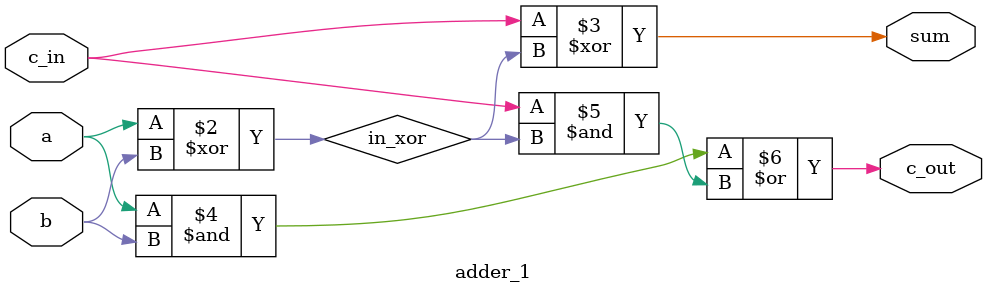
<source format=sv>
`timescale 1ns/1ps
`default_nettype none
/*
  a 1 bit addder that we can daisy chain for
  ripple carry adders
*/

module adder_1(a, b, c_in, sum, c_out);

   input wire a, b, c_in;
   output logic sum, c_out;

   // Midpoints
   logic in_xor;

   always_comb begin
      // See docs/notebook-sketches.pdf for how this was derived (page 1)
      in_xor = a ^ b;

      sum = c_in ^ in_xor;
      c_out = (a & b) | (c_in & in_xor);
   end

endmodule

</source>
